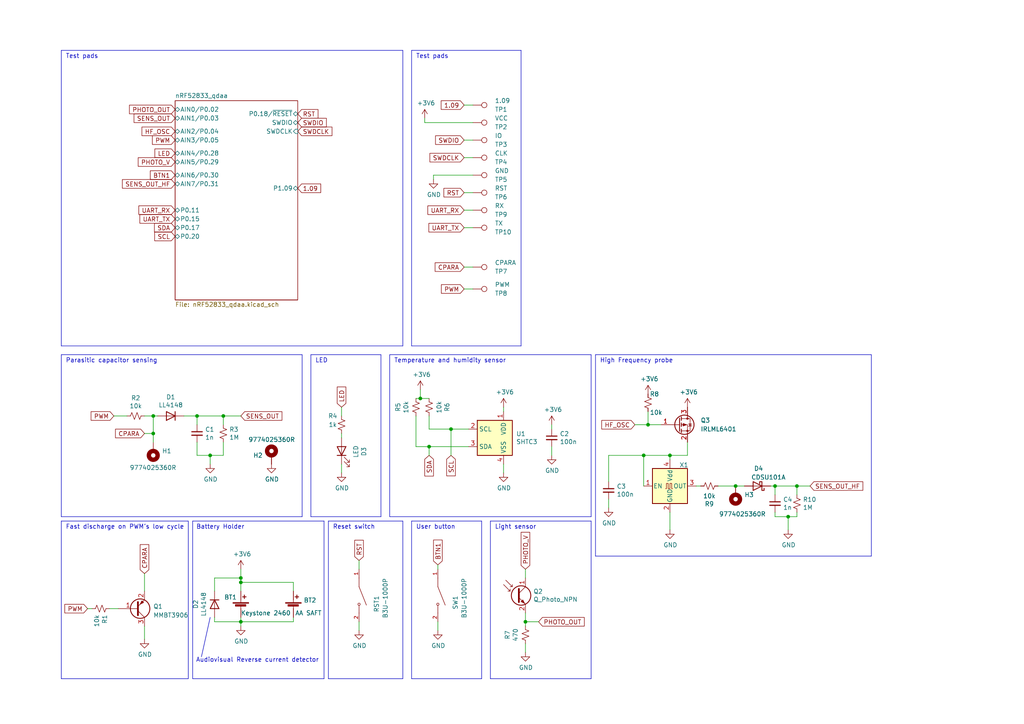
<source format=kicad_sch>
(kicad_sch (version 20231120) (generator "eeschema") (generator_version "8.0")
  (paper "A4")
  (title_block (title "Soilsense") (date "2024-08-08") (rev "2.0.0") (company "Drawn by FNB"))
  (lib_symbols
    (symbol "B3U-1000P:B3U-1000P" (pin_names (offset 1.016) hide)
      (property "Reference" "S" (at -2.54 2.54 0))
      (property "Value" "B3U-1000P" (at -2.54 -2.54 0))
      (symbol "B3U-1000P_0_0"
        (polyline (pts (xy -2.54 0) (xy -5.08 0)) (stroke (width 0.1524)))
        (polyline (pts (xy -2.54 0) (xy 2.794 2.1336)) (stroke (width 0.1524)))
        (polyline (pts (xy 5.08 0) (xy 2.921 0)) (stroke (width 0.1524)))
        (circle (center 2.54 0) (radius 0.3302) (stroke (width 0.1524)))
        (pin passive line (at -7.62 0 0) (length 2.54) (name "~") (number "1"))
        (pin passive line (at 7.62 0 180) (length 2.54) (name "~") (number "2"))
      )
    )
    (symbol "Connector:TestPoint" (pin_numbers hide) (pin_names (offset 0.762) hide)
      (property "Reference" "TP" (at 0 6.858 0))
      (property "Value" "TestPoint" (at 0 5.08 0))
      (symbol "TestPoint_0_1"
        (circle (center 0 3.302) (radius 0.762))
      )
      (symbol "TestPoint_1_1"
        (pin passive line (at 0 0 90) (length 2.54) (name "1") (number "1"))
      )
    )
    (symbol "Device:Battery_Cell" (pin_numbers hide) (pin_names (offset 0) hide)
      (property "Reference" "BT" (at 2.54 2.54 0))
      (property "Value" "Battery_Cell" (at 2.54 0 0))
      (symbol "Battery_Cell_0_1"
        (rectangle (start -2.286 1.778) (end 2.286 1.524) (fill (type outline)))
        (rectangle (start -1.5748 1.1938) (end 1.4732 0.6858) (fill (type outline)))
        (polyline (pts (xy 0 0.762) (xy 0 0)))
        (polyline (pts (xy 0 1.778) (xy 0 2.54)))
        (polyline (pts (xy 0.508 3.429) (xy 1.524 3.429)) (stroke (width 0.254)))
        (polyline (pts (xy 1.016 3.937) (xy 1.016 2.921)) (stroke (width 0.254)))
      )
      (symbol "Battery_Cell_1_1"
        (pin passive line (at 0 5.08 270) (length 2.54) (name "+") (number "1"))
        (pin passive line (at 0 -2.54 90) (length 2.54) (name "-") (number "2"))
      )
    )
    (symbol "Device:C_Small" (pin_numbers hide) (pin_names (offset 0.254) hide)
      (property "Reference" "C" (at 0.254 1.778 0))
      (property "Value" "C_Small" (at 0.254 -2.032 0))
      (symbol "C_Small_0_1"
        (polyline (pts (xy -1.524 -0.508) (xy 1.524 -0.508)) (stroke (width 0.3302)))
        (polyline (pts (xy -1.524 0.508) (xy 1.524 0.508)) (stroke (width 0.3048)))
      )
      (symbol "C_Small_1_1"
        (pin passive line (at 0 2.54 270) (length 2.032) (name "~") (number "1"))
        (pin passive line (at 0 -2.54 90) (length 2.032) (name "~") (number "2"))
      )
    )
    (symbol "Device:D_Schottky" (pin_numbers hide) (pin_names (offset 1.016) hide)
      (property "Reference" "D" (at 0 2.54 0))
      (property "Value" "D_Schottky" (at 0 -2.54 0))
      (symbol "D_Schottky_0_1"
        (polyline (pts (xy 1.27 0) (xy -1.27 0)))
        (polyline (pts (xy 1.27 1.27) (xy 1.27 -1.27) (xy -1.27 0) (xy 1.27 1.27)) (stroke (width 0.254)))
        (polyline (pts (xy -1.905 0.635) (xy -1.905 1.27) (xy -1.27 1.27) (xy -1.27 -1.27) (xy -0.635 -1.27) (xy -0.635 -0.635)) (stroke (width 0.254)))
      )
      (symbol "D_Schottky_1_1"
        (pin passive line (at -3.81 0 0) (length 2.54) (name "K") (number "1"))
        (pin passive line (at 3.81 0 180) (length 2.54) (name "A") (number "2"))
      )
    )
    (symbol "Device:LED" (pin_numbers hide) (pin_names (offset 1.016) hide)
      (property "Reference" "D" (at 0 2.54 0))
      (property "Value" "LED" (at 0 -2.54 0))
      (symbol "LED_0_1"
        (polyline (pts (xy -1.27 -1.27) (xy -1.27 1.27)) (stroke (width 0.254)))
        (polyline (pts (xy -1.27 0) (xy 1.27 0)))
        (polyline (pts (xy 1.27 -1.27) (xy 1.27 1.27) (xy -1.27 0) (xy 1.27 -1.27)) (stroke (width 0.254)))
        (polyline (pts (xy -3.048 -0.762) (xy -4.572 -2.286) (xy -3.81 -2.286) (xy -4.572 -2.286) (xy -4.572 -1.524)))
        (polyline (pts (xy -1.778 -0.762) (xy -3.302 -2.286) (xy -2.54 -2.286) (xy -3.302 -2.286) (xy -3.302 -1.524)))
      )
      (symbol "LED_1_1"
        (pin passive line (at -3.81 0 0) (length 2.54) (name "K") (number "1"))
        (pin passive line (at 3.81 0 180) (length 2.54) (name "A") (number "2"))
      )
    )
    (symbol "Device:Q_Photo_NPN" (pin_names (offset 0) hide)
      (property "Reference" "Q" (at 5.08 1.27 0))
      (property "Value" "Q_Photo_NPN" (at 5.08 -1.27 0))
      (symbol "Q_Photo_NPN_0_1"
        (polyline (pts (xy -1.905 1.27) (xy -2.54 1.27)))
        (polyline (pts (xy -1.27 2.54) (xy -1.905 2.54)))
        (polyline (pts (xy 0.635 0.635) (xy 2.54 2.54)))
        (polyline (pts (xy -3.81 3.175) (xy -1.905 1.27) (xy -1.905 1.905)))
        (polyline (pts (xy -3.175 4.445) (xy -1.27 2.54) (xy -1.27 3.175)))
        (polyline (pts (xy 0.635 -0.635) (xy 2.54 -2.54) (xy 2.54 -2.54)))
        (polyline (pts (xy 0.635 1.905) (xy 0.635 -1.905) (xy 0.635 -1.905)) (stroke (width 0.508)))
        (polyline (pts (xy 1.27 -1.778) (xy 1.778 -1.27) (xy 2.286 -2.286) (xy 1.27 -1.778) (xy 1.27 -1.778)) (fill (type outline)))
        (circle (center 1.27 0) (radius 2.8194) (stroke (width 0.254)))
      )
      (symbol "Q_Photo_NPN_1_1"
        (pin passive line (at 2.54 5.08 270) (length 2.54) (name "C") (number "1"))
        (pin passive line (at 2.54 -5.08 90) (length 2.54) (name "E") (number "2"))
      )
    )
    (symbol "Device:R_Small_US" (pin_numbers hide) (pin_names (offset 0.254) hide)
      (property "Reference" "R" (at 0.762 0.508 0))
      (property "Value" "R_Small_US" (at 0.762 -1.016 0))
      (symbol "R_Small_US_1_1"
        (polyline (pts (xy 0 0) (xy 1.016 -0.381) (xy 0 -0.762) (xy -1.016 -1.143) (xy 0 -1.524)))
        (polyline (pts (xy 0 1.524) (xy 1.016 1.143) (xy 0 0.762) (xy -1.016 0.381) (xy 0 0)))
        (pin passive line (at 0 2.54 270) (length 1.016) (name "~") (number "1"))
        (pin passive line (at 0 -2.54 90) (length 1.016) (name "~") (number "2"))
      )
    )
    (symbol "Diode:LL4148" (pin_numbers hide) (pin_names (offset 1.016) hide)
      (property "Reference" "D" (at 0 2.54 0))
      (property "Value" "LL4148" (at 0 -2.54 0))
      (symbol "LL4148_0_1"
        (polyline (pts (xy -1.27 1.27) (xy -1.27 -1.27)) (stroke (width 0.254)))
        (polyline (pts (xy 1.27 0) (xy -1.27 0)))
        (polyline (pts (xy 1.27 1.27) (xy 1.27 -1.27) (xy -1.27 0) (xy 1.27 1.27)) (stroke (width 0.254)))
      )
      (symbol "LL4148_1_1"
        (pin passive line (at -3.81 0 0) (length 2.54) (name "K") (number "1"))
        (pin passive line (at 3.81 0 180) (length 2.54) (name "A") (number "2"))
      )
    )
    (symbol "Mechanical:MountingHole_Pad" (pin_numbers hide) (pin_names (offset 1.016) hide)
      (property "Reference" "H" (at 0 6.35 0))
      (property "Value" "MountingHole_Pad" (at 0 4.445 0))
      (symbol "MountingHole_Pad_0_1"
        (circle (center 0 1.27) (radius 1.27) (stroke (width 1.27)))
      )
      (symbol "MountingHole_Pad_1_1"
        (pin input line (at 0 -2.54 90) (length 2.54) (name "1") (number "1"))
      )
    )
    (symbol "Sensor_Humidity:SHTC3"
      (property "Reference" "U" (at -3.81 6.35 0))
      (property "Value" "SHTC3" (at -2.54 -6.35 0))
      (symbol "SHTC3_1_1"
        (rectangle (start -5.08 5.08) (end 5.08 -5.08) (stroke (width 0.254)) (fill (type background)))
        (pin power_in line (at 2.54 7.62 270) (length 2.54) (name "VDD") (number "1"))
        (pin input line (at -7.62 2.54 0) (length 2.54) (name "SCL") (number "2"))
        (pin bidirectional line (at -7.62 -2.54 0) (length 2.54) (name "SDA") (number "3"))
        (pin power_in line (at 2.54 -7.62 90) (length 2.54) (name "VSS") (number "4"))
        (pin no_connect line (at 5.08 0 180) (length 2.54) hide (name "NC") (number "5"))
      )
    )
    (symbol "Transistor_BJT:MMBT3906" (pin_names (offset 0) hide)
      (property "Reference" "Q" (at 5.08 1.905 0))
      (property "Value" "MMBT3906" (at 5.08 0 0))
      (symbol "MMBT3906_0_1"
        (polyline (pts (xy 0.635 0.635) (xy 2.54 2.54)))
        (polyline (pts (xy 0.635 -0.635) (xy 2.54 -2.54) (xy 2.54 -2.54)))
        (polyline (pts (xy 0.635 1.905) (xy 0.635 -1.905) (xy 0.635 -1.905)) (stroke (width 0.508)))
        (polyline (pts (xy 2.286 -1.778) (xy 1.778 -2.286) (xy 1.27 -1.27) (xy 2.286 -1.778) (xy 2.286 -1.778)) (fill (type outline)))
        (circle (center 1.27 0) (radius 2.8194) (stroke (width 0.254)))
      )
      (symbol "MMBT3906_1_1"
        (pin input line (at -5.08 0 0) (length 5.715) (name "B") (number "1"))
        (pin passive line (at 2.54 -5.08 90) (length 2.54) (name "E") (number "2"))
        (pin passive line (at 2.54 5.08 270) (length 2.54) (name "C") (number "3"))
      )
    )
    (symbol "Transistor_FET:IRLML6401" (pin_names hide)
      (property "Reference" "Q" (at 5.08 1.905 0))
      (property "Value" "IRLML6401" (at 5.08 0 0))
      (symbol "IRLML6401_0_1"
        (polyline (pts (xy 0.254 0) (xy -2.54 0)))
        (polyline (pts (xy 0.254 1.905) (xy 0.254 -1.905)) (stroke (width 0.254)))
        (polyline (pts (xy 0.762 -1.27) (xy 0.762 -2.286)) (stroke (width 0.254)))
        (polyline (pts (xy 0.762 0.508) (xy 0.762 -0.508)) (stroke (width 0.254)))
        (polyline (pts (xy 0.762 2.286) (xy 0.762 1.27)) (stroke (width 0.254)))
        (polyline (pts (xy 2.54 2.54) (xy 2.54 1.778)))
        (polyline (pts (xy 2.54 -2.54) (xy 2.54 0) (xy 0.762 0)))
        (polyline (pts (xy 0.762 1.778) (xy 3.302 1.778) (xy 3.302 -1.778) (xy 0.762 -1.778)))
        (polyline (pts (xy 2.286 0) (xy 1.27 0.381) (xy 1.27 -0.381) (xy 2.286 0)) (fill (type outline)))
        (polyline (pts (xy 2.794 -0.508) (xy 2.921 -0.381) (xy 3.683 -0.381) (xy 3.81 -0.254)))
        (polyline (pts (xy 3.302 -0.381) (xy 2.921 0.254) (xy 3.683 0.254) (xy 3.302 -0.381)))
        (circle (center 1.651 0) (radius 2.794) (stroke (width 0.254)))
        (circle (center 2.54 -1.778) (radius 0.254) (fill (type outline)))
        (circle (center 2.54 1.778) (radius 0.254) (fill (type outline)))
      )
      (symbol "IRLML6401_1_1"
        (pin input line (at -5.08 0 0) (length 2.54) (name "G") (number "1"))
        (pin passive line (at 2.54 -5.08 90) (length 2.54) (name "S") (number "2"))
        (pin passive line (at 2.54 5.08 270) (length 2.54) (name "D") (number "3"))
      )
    )
    (symbol "power:+3V0" (power) (pin_names (offset 0))
      (property "Value" "+3V0" (at 0 3.556 0))
      (symbol "+3V0_0_1"
        (polyline (pts (xy -0.762 1.27) (xy 0 2.54)))
        (polyline (pts (xy 0 0) (xy 0 2.54)))
        (polyline (pts (xy 0 2.54) (xy 0.762 1.27)))
      )
      (symbol "+3V0_1_1"
        (pin power_in line (at 0 0 90) (length 0) hide (name "+3V0") (number "1"))
      )
    )
    (symbol "power:GND" (power) (pin_names (offset 0))
      (property "Value" "GND" (at 0 -3.81 0))
      (symbol "GND_0_1"
        (polyline (pts (xy 0 0) (xy 0 -1.27) (xy 1.27 -1.27) (xy 0 -2.54) (xy -1.27 -1.27) (xy 0 -1.27)))
      )
      (symbol "GND_1_1"
        (pin power_in line (at 0 0 270) (length 0) hide (name "GND") (number "1"))
      )
    )
    (symbol "soillib:KC3225" (pin_names (offset 0.254))
      (property "Reference" "X" (at -5.08 6.35 0))
      (symbol "KC3225_0_1"
        (rectangle (start -5.08 5.08) (end 5.08 -5.08) (stroke (width 0.254)) (fill (type background)))
        (polyline (pts (xy -1.27 -0.762) (xy -1.016 -0.762) (xy -1.016 0.762) (xy -0.508 0.762) (xy -0.508 -0.762) (xy 0 -0.762) (xy 0 0.762) (xy 0.508 0.762) (xy 0.508 -0.762) (xy 0.762 -0.762)))
      )
      (symbol "KC3225_1_1"
        (pin input line (at -7.62 0 0) (length 2.54) (name "EN") (number "1"))
        (pin power_in line (at 0 -7.62 90) (length 2.54) (name "GND") (number "2"))
        (pin output line (at 7.62 0 180) (length 2.54) (name "OUT") (number "3"))
        (pin power_in line (at 0 7.62 270) (length 2.54) (name "Vdd") (number "4"))
      )
    )
  )
  (junction (at 186.69 132.08))
  (junction (at 124.46 129.54))
  (junction (at 69.85 168.91))
  (junction (at 213.36 140.97))
  (junction (at 152.4 180.34))
  (junction (at 57.15 120.65))
  (junction (at 44.45 125.73))
  (junction (at 130.81 124.46))
  (junction (at 69.85 180.34))
  (junction (at 224.79 140.97))
  (junction (at 228.6 149.86))
  (junction (at 44.45 120.65))
  (junction (at 64.77 120.65))
  (junction (at 60.96 132.08))
  (junction (at 187.96 123.19))
  (junction (at 194.31 132.08))
  (junction (at 121.92 115.57))
  (junction (at 231.14 140.97))
  (junction (at 69.85 167.64))
  (wire (pts (xy 187.96 123.19) (xy 191.77 123.19)))
  (wire (pts (xy 228.6 149.86) (xy 231.14 149.86)))
  (wire (pts (xy 69.85 167.64) (xy 69.85 168.91)))
  (wire (pts (xy 104.14 180.34) (xy 104.14 182.88)))
  (wire (pts (xy 123.19 35.56) (xy 123.19 34.29)))
  (wire (pts (xy 228.6 149.86) (xy 228.6 153.67)))
  (polyline (pts (xy 119.38 14.605) (xy 151.13 14.605)))
  (wire (pts (xy 160.02 124.46) (xy 160.02 123.19)))
  (wire (pts (xy 224.79 143.51) (xy 224.79 140.97)))
  (wire (pts (xy 120.65 120.65) (xy 120.65 129.54)))
  (wire (pts (xy 199.39 128.27) (xy 199.39 132.08)))
  (wire (pts (xy 99.06 125.73) (xy 99.06 127)))
  (wire (pts (xy 134.62 30.48) (xy 137.16 30.48)))
  (wire (pts (xy 187.96 119.38) (xy 187.96 123.19)))
  (wire (pts (xy 135.89 129.54) (xy 124.46 129.54)))
  (wire (pts (xy 125.73 50.8) (xy 137.16 50.8)))
  (wire (pts (xy 120.65 115.57) (xy 121.92 115.57)))
  (polyline (pts (xy 90.17 102.87) (xy 90.17 149.86)))
  (wire (pts (xy 231.14 140.97) (xy 234.95 140.97)))
  (wire (pts (xy 69.85 168.91) (xy 69.85 171.45)))
  (polyline (pts (xy 17.78 151.13) (xy 54.61 151.13)))
  (wire (pts (xy 124.46 129.54) (xy 124.46 132.08)))
  (wire (pts (xy 69.85 179.07) (xy 69.85 180.34)))
  (polyline (pts (xy 116.84 100.33) (xy 116.84 14.605)))
  (polyline (pts (xy 95.25 151.13) (xy 116.84 151.13)))
  (wire (pts (xy 134.62 66.04) (xy 137.16 66.04)))
  (polyline (pts (xy 252.73 102.87) (xy 172.72 102.87)))
  (wire (pts (xy 69.85 180.34) (xy 62.23 180.34)))
  (wire (pts (xy 176.53 144.78) (xy 176.53 147.32)))
  (polyline (pts (xy 58.42 190.5) (xy 60.96 179.07)))
  (polyline (pts (xy 139.7 196.85) (xy 139.7 151.13)))
  (wire (pts (xy 44.45 120.65) (xy 44.45 125.73)))
  (polyline (pts (xy 252.73 102.87) (xy 252.73 161.29)))
  (polyline (pts (xy 151.13 100.33) (xy 151.13 14.605)))
  (wire (pts (xy 124.46 120.65) (xy 124.46 124.46)))
  (polyline (pts (xy 110.49 102.87) (xy 110.49 149.86)))
  (polyline (pts (xy 119.38 14.605) (xy 119.38 100.33)))
  (wire (pts (xy 186.69 140.97) (xy 186.69 132.08)))
  (polyline (pts (xy 17.78 196.85) (xy 17.78 151.13)))
  (wire (pts (xy 41.91 181.61) (xy 41.91 185.42)))
  (polyline (pts (xy 55.88 196.85) (xy 93.98 196.85)))
  (wire (pts (xy 224.79 148.59) (xy 224.79 149.86)))
  (wire (pts (xy 44.45 120.65) (xy 45.72 120.65)))
  (wire (pts (xy 69.85 165.1) (xy 69.85 167.64)))
  (polyline (pts (xy 17.78 102.87) (xy 87.63 102.87)))
  (wire (pts (xy 69.85 180.34) (xy 85.09 180.34)))
  (wire (pts (xy 64.77 120.65) (xy 69.85 120.65)))
  (wire (pts (xy 41.91 166.37) (xy 41.91 171.45)))
  (wire (pts (xy 223.52 140.97) (xy 224.79 140.97)))
  (wire (pts (xy 33.02 120.65) (xy 36.83 120.65)))
  (polyline (pts (xy 172.72 161.29) (xy 252.73 161.29)))
  (wire (pts (xy 176.53 132.08) (xy 186.69 132.08)))
  (wire (pts (xy 69.85 180.34) (xy 69.85 181.61)))
  (wire (pts (xy 104.14 162.56) (xy 104.14 165.1)))
  (polyline (pts (xy 17.78 14.605) (xy 17.78 100.33)))
  (wire (pts (xy 152.4 180.34) (xy 156.21 180.34)))
  (polyline (pts (xy 55.88 151.13) (xy 55.88 196.85)))
  (wire (pts (xy 134.62 45.72) (xy 137.16 45.72)))
  (wire (pts (xy 134.62 83.82) (xy 137.16 83.82)))
  (wire (pts (xy 31.75 176.53) (xy 34.29 176.53)))
  (wire (pts (xy 53.34 120.65) (xy 57.15 120.65)))
  (wire (pts (xy 127 163.83) (xy 127 165.1)))
  (polyline (pts (xy 93.98 196.85) (xy 93.98 151.13)))
  (wire (pts (xy 186.69 132.08) (xy 194.31 132.08)))
  (wire (pts (xy 57.15 120.65) (xy 64.77 120.65)))
  (wire (pts (xy 231.14 149.86) (xy 231.14 148.59)))
  (polyline (pts (xy 171.45 102.87) (xy 171.45 149.86)))
  (polyline (pts (xy 116.84 151.13) (xy 116.84 196.85)))
  (wire (pts (xy 62.23 180.34) (xy 62.23 179.07)))
  (polyline (pts (xy 119.38 100.33) (xy 151.13 100.33)))
  (wire (pts (xy 121.92 115.57) (xy 124.46 115.57)))
  (wire (pts (xy 146.05 118.11) (xy 146.05 119.38)))
  (polyline (pts (xy 171.45 151.13) (xy 171.45 196.85)))
  (wire (pts (xy 123.19 35.56) (xy 137.16 35.56)))
  (wire (pts (xy 60.96 132.08) (xy 60.96 134.62)))
  (wire (pts (xy 62.23 171.45) (xy 62.23 167.64)))
  (wire (pts (xy 64.77 132.08) (xy 64.77 128.27)))
  (wire (pts (xy 44.45 125.73) (xy 44.45 128.27)))
  (polyline (pts (xy 87.63 102.87) (xy 87.63 149.86)))
  (polyline (pts (xy 17.78 149.86) (xy 87.63 149.86)))
  (polyline (pts (xy 110.49 102.87) (xy 90.17 102.87)))
  (wire (pts (xy 203.2 140.97) (xy 201.93 140.97)))
  (wire (pts (xy 194.31 132.08) (xy 194.31 133.35)))
  (wire (pts (xy 199.39 132.08) (xy 194.31 132.08)))
  (wire (pts (xy 85.09 168.91) (xy 69.85 168.91)))
  (polyline (pts (xy 113.03 102.87) (xy 113.03 149.86)))
  (polyline (pts (xy 119.38 151.13) (xy 139.7 151.13)))
  (wire (pts (xy 152.4 186.69) (xy 152.4 189.23)))
  (polyline (pts (xy 142.24 151.13) (xy 142.24 196.85)))
  (wire (pts (xy 152.4 177.8) (xy 152.4 180.34)))
  (polyline (pts (xy 171.45 151.13) (xy 142.24 151.13)))
  (wire (pts (xy 124.46 129.54) (xy 120.65 129.54)))
  (polyline (pts (xy 17.78 14.605) (xy 116.84 14.605)))
  (wire (pts (xy 60.96 132.08) (xy 57.15 132.08)))
  (wire (pts (xy 62.23 167.64) (xy 69.85 167.64)))
  (wire (pts (xy 228.6 149.86) (xy 224.79 149.86)))
  (wire (pts (xy 134.62 55.88) (xy 137.16 55.88)))
  (wire (pts (xy 57.15 128.27) (xy 57.15 132.08)))
  (wire (pts (xy 60.96 132.08) (xy 64.77 132.08)))
  (wire (pts (xy 99.06 118.11) (xy 99.06 120.65)))
  (wire (pts (xy 57.15 123.19) (xy 57.15 120.65)))
  (polyline (pts (xy 90.17 149.86) (xy 110.49 149.86)))
  (wire (pts (xy 127 180.34) (xy 127 182.88)))
  (wire (pts (xy 25.4 176.53) (xy 26.67 176.53)))
  (wire (pts (xy 152.4 165.1) (xy 152.4 167.64)))
  (wire (pts (xy 184.15 123.19) (xy 187.96 123.19)))
  (wire (pts (xy 130.81 124.46) (xy 124.46 124.46)))
  (polyline (pts (xy 119.38 196.85) (xy 139.7 196.85)))
  (wire (pts (xy 135.89 124.46) (xy 130.81 124.46)))
  (wire (pts (xy 134.62 60.96) (xy 137.16 60.96)))
  (wire (pts (xy 64.77 120.65) (xy 64.77 123.19)))
  (wire (pts (xy 224.79 140.97) (xy 231.14 140.97)))
  (wire (pts (xy 213.36 140.97) (xy 215.9 140.97)))
  (polyline (pts (xy 172.72 102.87) (xy 172.72 161.29)))
  (wire (pts (xy 130.81 124.46) (xy 130.81 132.08)))
  (wire (pts (xy 85.09 171.45) (xy 85.09 168.91)))
  (polyline (pts (xy 119.38 151.13) (xy 119.38 196.85)))
  (polyline (pts (xy 17.78 100.33) (xy 116.84 100.33)))
  (polyline (pts (xy 171.45 149.86) (xy 113.03 149.86)))
  (polyline (pts (xy 17.78 102.87) (xy 17.78 149.86)))
  (polyline (pts (xy 95.25 151.13) (xy 95.25 196.85)))
  (wire (pts (xy 208.28 140.97) (xy 213.36 140.97)))
  (wire (pts (xy 176.53 132.08) (xy 176.53 139.7)))
  (wire (pts (xy 152.4 180.34) (xy 152.4 181.61)))
  (wire (pts (xy 146.05 134.62) (xy 146.05 137.16)))
  (polyline (pts (xy 93.98 151.13) (xy 55.88 151.13)))
  (wire (pts (xy 121.92 115.57) (xy 121.92 113.03)))
  (wire (pts (xy 41.91 125.73) (xy 44.45 125.73)))
  (polyline (pts (xy 54.61 151.13) (xy 54.61 196.85)))
  (wire (pts (xy 85.09 179.07) (xy 85.09 180.34)))
  (wire (pts (xy 231.14 140.97) (xy 231.14 143.51)))
  (polyline (pts (xy 171.45 102.87) (xy 113.03 102.87)))
  (wire (pts (xy 134.62 77.47) (xy 137.16 77.47)))
  (wire (pts (xy 194.31 153.67) (xy 194.31 148.59)))
  (wire (pts (xy 99.06 134.62) (xy 99.06 137.16)))
  (polyline (pts (xy 116.84 196.85) (xy 95.25 196.85)))
  (polyline (pts (xy 142.24 196.85) (xy 171.45 196.85)))
  (wire (pts (xy 160.02 129.54) (xy 160.02 132.08)))
  (wire (pts (xy 125.73 52.07) (xy 125.73 50.8)))
  (polyline (pts (xy 54.61 196.85) (xy 17.78 196.85)))
  (wire (pts (xy 134.62 40.64) (xy 137.16 40.64)))
  (wire (pts (xy 41.91 120.65) (xy 44.45 120.65)))
  (text "Reset switch" (at 96.52 153.67 0) (effects (font (size 1.27 1.27)) (justify left bottom)))
  (text "Fast discharge on PWM’s low cycle" (at 19.05 153.67 0) (effects (font (size 1.27 1.27)) (justify left bottom)))
  (text "Temperature and humidity sensor" (at 114.3 105.41 0) (effects (font (size 1.27 1.27)) (justify left bottom)))
  (text "Test pads" (at 120.65 17.145 0) (effects (font (size 1.27 1.27)) (justify left bottom)))
  (text "Audiovisual Reverse current detector" (at 74.676 191.516 0) (effects (font (size 1.27 1.27))))
  (text "Light sensor" (at 143.51 153.67 0) (effects (font (size 1.27 1.27)) (justify left bottom)))
  (text "Test pads" (at 19.05 17.145 0) (effects (font (size 1.27 1.27)) (justify left bottom)))
  (text "Battery Holder" (at 56.896 153.67 0) (effects (font (size 1.27 1.27)) (justify left bottom)))
  (text "High Frequency probe\n" (at 173.99 105.41 0) (effects (font (size 1.27 1.27)) (justify left bottom)))
  (text "User button" (at 120.65 153.67 0) (effects (font (size 1.27 1.27)) (justify left bottom)))
  (text "LED" (at 91.44 105.41 0) (effects (font (size 1.27 1.27)) (justify left bottom)))
  (text "Parasitic capacitor sensing" (at 19.05 105.41 0) (effects (font (size 1.27 1.27)) (justify left bottom)))
  (global_label "PWM" (shape input) (at 134.62 83.82 180) (property "Intersheetrefs" "${INTERSHEET_REFS}" (effects (hide yes))))
  (global_label "SENS_OUT_HF" (shape input) (at 234.95 140.97 0) (property "Intersheetrefs" "${INTERSHEET_REFS}" (effects (hide yes))))
  (global_label "PWM" (shape input) (at 25.4 176.53 180) (property "Intersheetrefs" "${INTERSHEET_REFS}" (effects (hide yes))))
  (global_label "RST" (shape input) (at 134.62 55.88 180) (property "Intersheetrefs" "${INTERSHEET_REFS}" (effects (hide yes))))
  (global_label "SWDIO" (shape input) (at 86.36 35.56 0) (property "Intersheetrefs" "${INTERSHEET_REFS}" (effects (hide yes))))
  (global_label "BTN1" (shape input) (at 127 163.83 90) (property "Intersheetrefs" "${INTERSHEET_REFS}" (effects (hide yes))))
  (global_label "CPARA" (shape input) (at 41.91 125.73 180) (property "Intersheetrefs" "${INTERSHEET_REFS}" (effects (hide yes))))
  (global_label "SENS_OUT" (shape input) (at 50.8 34.29 180) (property "Intersheetrefs" "${INTERSHEET_REFS}" (effects (hide yes))))
  (global_label "PWM" (shape input) (at 50.8 40.64 180) (property "Intersheetrefs" "${INTERSHEET_REFS}" (effects (hide yes))))
  (global_label "PHOTO_V" (shape input) (at 152.4 165.1 90) (property "Intersheetrefs" "${INTERSHEET_REFS}" (effects (hide yes))))
  (global_label "HF_OSC" (shape input) (at 184.15 123.19 180) (property "Intersheetrefs" "${INTERSHEET_REFS}" (effects (hide yes))))
  (global_label "LED" (shape input) (at 99.06 118.11 90) (property "Intersheetrefs" "${INTERSHEET_REFS}" (effects (hide yes))))
  (global_label "RST" (shape input) (at 104.14 162.56 90) (property "Intersheetrefs" "${INTERSHEET_REFS}" (effects (hide yes))))
  (global_label "SWDCLK" (shape input) (at 134.62 45.72 180) (property "Intersheetrefs" "${INTERSHEET_REFS}" (effects (hide yes))))
  (global_label "SDA" (shape input) (at 50.8 66.04 180) (property "Intersheetrefs" "${INTERSHEET_REFS}" (effects (hide yes))))
  (global_label "1.09" (shape input) (at 134.62 30.48 180) (property "Intersheetrefs" "${INTERSHEET_REFS}" (effects (hide yes))))
  (global_label "RST" (shape input) (at 86.36 33.02 0) (property "Intersheetrefs" "${INTERSHEET_REFS}" (effects (hide yes))))
  (global_label "SENS_OUT_HF" (shape input) (at 50.8 53.34 180) (property "Intersheetrefs" "${INTERSHEET_REFS}" (effects (hide yes))))
  (global_label "PWM" (shape input) (at 33.02 120.65 180) (property "Intersheetrefs" "${INTERSHEET_REFS}" (effects (hide yes))))
  (global_label "UART_RX" (shape input) (at 50.8 60.96 180) (property "Intersheetrefs" "${INTERSHEET_REFS}" (effects (hide yes))))
  (global_label "UART_TX" (shape input) (at 50.8 63.5 180) (property "Intersheetrefs" "${INTERSHEET_REFS}" (effects (hide yes))))
  (global_label "HF_OSC" (shape input) (at 50.8 38.1 180) (property "Intersheetrefs" "${INTERSHEET_REFS}" (effects (hide yes))))
  (global_label "SWDIO" (shape input) (at 134.62 40.64 180) (property "Intersheetrefs" "${INTERSHEET_REFS}" (effects (hide yes))))
  (global_label "PHOTO_OUT" (shape input) (at 50.8 31.75 180) (property "Intersheetrefs" "${INTERSHEET_REFS}" (effects (hide yes))))
  (global_label "UART_TX" (shape input) (at 134.62 66.04 180) (property "Intersheetrefs" "${INTERSHEET_REFS}" (effects (hide yes))))
  (global_label "SENS_OUT" (shape input) (at 69.85 120.65 0) (property "Intersheetrefs" "${INTERSHEET_REFS}" (effects (hide yes))))
  (global_label "SWDCLK" (shape input) (at 86.36 38.1 0) (property "Intersheetrefs" "${INTERSHEET_REFS}" (effects (hide yes))))
  (global_label "UART_RX" (shape input) (at 134.62 60.96 180) (property "Intersheetrefs" "${INTERSHEET_REFS}" (effects (hide yes))))
  (global_label "CPARA" (shape input) (at 41.91 166.37 90) (property "Intersheetrefs" "${INTERSHEET_REFS}" (effects (hide yes))))
  (global_label "SCL" (shape input) (at 130.81 132.08 270) (property "Intersheetrefs" "${INTERSHEET_REFS}" (effects (hide yes))))
  (global_label "LED" (shape input) (at 50.8 44.45 180) (property "Intersheetrefs" "${INTERSHEET_REFS}" (effects (hide yes))))
  (global_label "1.09" (shape input) (at 86.36 54.61 0) (property "Intersheetrefs" "${INTERSHEET_REFS}" (effects (hide yes))))
  (global_label "SDA" (shape input) (at 124.46 132.08 270) (property "Intersheetrefs" "${INTERSHEET_REFS}" (effects (hide yes))))
  (global_label "SCL" (shape input) (at 50.8 68.58 180) (property "Intersheetrefs" "${INTERSHEET_REFS}" (effects (hide yes))))
  (global_label "BTN1" (shape input) (at 50.8 50.8 180) (property "Intersheetrefs" "${INTERSHEET_REFS}" (effects (hide yes))))
  (global_label "CPARA" (shape input) (at 134.62 77.47 180) (property "Intersheetrefs" "${INTERSHEET_REFS}" (effects (hide yes))))
  (global_label "PHOTO_V" (shape input) (at 50.8 46.99 180) (property "Intersheetrefs" "${INTERSHEET_REFS}" (effects (hide yes))))
  (global_label "PHOTO_OUT" (shape input) (at 156.21 180.34 0) (property "Intersheetrefs" "${INTERSHEET_REFS}" (effects (hide yes))))
  (symbol (lib_id "Transistor_FET:IRLML6401") (at 196.85 123.19 0) (unit 1)
    (property "Reference" "Q3" (at 203.2 121.9199 0) (effects (justify left)))
    (property "Value" "IRLML6401" (at 203.2 124.4599 0) (effects (justify left)))
    (property "Footprint" "Package_TO_SOT_SMD:SOT-23" (effects (hide yes)))
    (property "Datasheet" "https://www.infineon.com/dgdl/irlml6401pbf.pdf?fileId=5546d462533600a401535668b96d2634" (effects (hide yes)))
    (property "Description" "-4.3A Id, -12V Vds, 50mOhm Rds, P-Channel HEXFET Power MOSFET, SOT-23" (effects (hide yes)))
  )
  (symbol (lib_id "power:+3V0") (at 146.05 118.11 0) (unit 1)
    (property "Reference" "#PWR010" (effects (hide yes)))
    (property "Value" "+3V6" (at 146.431 113.7158 0))
  )
  (symbol (lib_id "power:GND") (at 152.4 189.23 0) (unit 1)
    (property "Reference" "#PWR012" (effects (hide yes)))
    (property "Value" "GND" (at 152.527 193.6242 0))
  )
  (symbol (lib_id "power:GND") (at 160.02 132.08 0) (unit 1)
    (property "Reference" "#PWR014" (effects (hide yes)))
    (property "Value" "GND" (at 160.147 136.4742 0))
  )
  (symbol (lib_id "power:+3V0") (at 160.02 123.19 0) (unit 1)
    (property "Reference" "#PWR013" (effects (hide yes)))
    (property "Value" "+3V6" (at 160.401 118.7958 0))
  )
  (symbol (lib_id "B3U-1000P:B3U-1000P") (at 104.14 172.72 270) (unit 1)
    (property "Reference" "RST1" (at 109.22 172.72 0) (effects (justify left)))
    (property "Value" "B3U-1000P" (at 111.76 167.64 0) (effects (justify left)))
    (property "Footprint" "SW_B3U-1000P" (effects (hide yes)))
    (property "PACKAGE" "None" (effects (hide yes)))
    (property "MP" "B3U-1000P" (effects (hide yes)))
    (property "MF" "Omron" (effects (hide yes)))
    (property "AVAILABILITY" "Unavailable" (effects (hide yes)))
    (property "DESCRIPTION" "Tactile Switch SPST-NO Top Actuated Surface Mount" (effects (hide yes)))
    (property "PRICE" "None" (effects (hide yes)))
    (property "LCSC" "C231329" (effects (hide yes)))
  )
  (symbol (lib_id "power:GND") (at 99.06 137.16 0) (unit 1)
    (property "Reference" "#PWR06" (effects (hide yes)))
    (property "Value" "GND" (at 99.187 141.5542 0))
  )
  (symbol (lib_id "Connector:TestPoint") (at 137.16 66.04 270) (unit 1) (in_bom no)
    (property "Reference" "TP10" (at 143.51 67.31 90) (effects (justify left)))
    (property "Value" "TX" (at 143.51 64.77 90) (effects (justify left)))
    (property "Footprint" "TestPoint:TestPoint_Pad_D1.0mm" (effects (hide yes)))
  )
  (symbol (lib_id "Connector:TestPoint") (at 137.16 55.88 270) (unit 1) (in_bom no)
    (property "Reference" "TP6" (at 143.51 57.15 90) (effects (justify left)))
    (property "Value" "RST" (at 143.51 54.61 90) (effects (justify left)))
    (property "Footprint" "TestPoint:TestPoint_Pad_D1.0mm" (effects (hide yes)))
  )
  (symbol (lib_id "Transistor_BJT:MMBT3906") (at 39.37 176.53 0) (mirror x) (unit 1)
    (property "Reference" "Q1" (at 44.45 175.895 0) (effects (justify left)))
    (property "Value" "MMBT3906" (at 44.45 178.435 0) (effects (justify left)))
    (property "Footprint" "Package_TO_SOT_SMD:SOT-23" (effects (hide yes)))
    (property "Datasheet" "https://www.onsemi.com/pub/Collateral/2N3906-D.PDF" (effects (hide yes)))
    (property "LCSC" "C2910191" (effects (hide yes)))
  )
  (symbol (lib_id "power:GND") (at 194.31 153.67 0) (unit 1)
    (property "Reference" "#PWR017" (effects (hide yes)))
    (property "Value" "GND" (at 194.437 158.0642 0))
  )
  (symbol (lib_id "Connector:TestPoint") (at 137.16 35.56 270) (unit 1) (in_bom no)
    (property "Reference" "TP2" (at 143.51 36.83 90) (effects (justify left)))
    (property "Value" "VCC" (at 143.51 34.29 90) (effects (justify left)))
    (property "Footprint" "TestPoint:TestPoint_Pad_D1.0mm" (effects (hide yes)))
  )
  (symbol (lib_id "Device:Q_Photo_NPN") (at 149.86 172.72 0) (unit 1)
    (property "Reference" "Q2" (at 154.686 171.5516 0) (effects (justify left)))
    (property "Value" "Q_Photo_NPN" (at 154.686 173.863 0) (effects (justify left)))
    (property "Footprint" "snapeda:TR8" (effects (hide yes)))
    (property "Datasheet" "https://datasheet.lcsc.com/lcsc/1806131537_Everlight-Elec-ALS-PT19-315C-L177-TR8_C146233.pdf" (effects (hide yes)))
    (property "LCSC" "C146233" (effects (hide yes)))
  )
  (symbol (lib_id "Connector:TestPoint") (at 137.16 50.8 270) (unit 1) (in_bom no)
    (property "Reference" "TP5" (at 143.51 52.07 90) (effects (justify left)))
    (property "Value" "GND" (at 143.51 49.53 90) (effects (justify left)))
    (property "Footprint" "TestPoint:TestPoint_Pad_D1.0mm" (effects (hide yes)))
  )
  (symbol (lib_id "power:GND") (at 78.74 134.62 0) (unit 1)
    (property "Reference" "#PWR05" (effects (hide yes)))
    (property "Value" "GND" (at 78.867 139.0142 0))
  )
  (symbol (lib_id "soillib:KC3225") (at 194.31 140.97 0) (unit 1)
    (property "Reference" "X1" (at 198.374 134.874 0))
    (property "Value" "KC3225K75.0000C1GE00" (effects (hide yes)))
    (property "Footprint" "Oscillator:Oscillator_SMD_SeikoEpson_SG8002CE-4Pin_3.2x2.5mm" (effects (hide yes)))
    (property "Datasheet" "https://ele.kyocera.com/assets/products/crystal-device/clock_k_e.pdf" (effects (hide yes)))
    (property "MPN" "KC3225K75.0000C1GE00" (effects (hide yes)))
  )
  (symbol (lib_id "Mechanical:MountingHole_Pad") (at 44.45 130.81 180) (unit 1)
    (property "Reference" "H1" (at 46.99 130.81 0) (effects (justify right)))
    (property "Value" "9774025360R" (at 37.592 135.636 0) (effects (justify right)))
    (property "Footprint" "b-parasite:MountingHole_5.41mm_M5_Pad_Via" (effects (hide yes)))
    (property "Datasheet" "https://www.we-online.com/components/products/datasheet/9774025360R.pdf" (effects (hide yes)))
  )
  (symbol (lib_id "power:GND") (at 127 182.88 0) (unit 1)
    (property "Reference" "#PWR09" (effects (hide yes)))
    (property "Value" "GND" (at 127.127 187.2742 0))
  )
  (symbol (lib_id "Device:C_Small") (at 224.79 146.05 0) (unit 1)
    (property "Reference" "C4" (at 227.1268 144.8816 0) (effects (justify left)))
    (property "Value" "1n" (at 227.1268 147.193 0) (effects (justify left)))
    (property "Footprint" "Capacitor_SMD:C_0402_1005Metric" (effects (hide yes)))
    (property "LCSC" "C1523" (effects (hide yes)))
  )
  (symbol (lib_id "power:GND") (at 146.05 137.16 0) (unit 1)
    (property "Reference" "#PWR011" (effects (hide yes)))
    (property "Value" "GND" (at 146.177 141.5542 0))
  )
  (symbol (lib_id "Sensor_Humidity:SHTC3") (at 143.51 127 0) (unit 1)
    (property "Reference" "U1" (at 149.7076 125.8316 0) (effects (justify left)))
    (property "Value" "SHTC3" (at 149.7076 128.143 0) (effects (justify left)))
    (property "Footprint" "kicad:Sensirion_DFN-4-1EP_2x2mm_P1mm_EP0.7x1.6mm" (effects (hide yes)))
    (property "Datasheet" "https://www.sensirion.com/fileadmin/user_upload/customers/sensirion/Dokumente/0_Datasheets/Humidity/Sensirion_Humidity_Sensors_SHTC3_Datasheet.pdf" (effects (hide yes)))
    (property "LCSC" "C194656" (effects (hide yes)))
  )
  (symbol (lib_id "power:+3V0") (at 121.92 113.03 0) (unit 1)
    (property "Reference" "#PWR08" (effects (hide yes)))
    (property "Value" "+3V6" (at 122.301 108.6358 0))
  )
  (symbol (lib_id "Device:C_Small") (at 57.15 125.73 0) (unit 1)
    (property "Reference" "C1" (at 59.4868 124.5616 0) (effects (justify left)))
    (property "Value" "1n" (at 59.4868 126.873 0) (effects (justify left)))
    (property "Footprint" "Capacitor_SMD:C_0402_1005Metric" (effects (hide yes)))
    (property "LCSC" "C1523" (effects (hide yes)))
  )
  (symbol (lib_id "power:GND") (at 228.6 153.67 0) (unit 1)
    (property "Reference" "#PWR019" (effects (hide yes)))
    (property "Value" "GND" (at 228.727 158.0642 0))
  )
  (symbol (lib_id "Diode:LL4148") (at 49.53 120.65 180) (unit 1)
    (property "Reference" "D1" (at 49.53 115.1636 0))
    (property "Value" "LL4148" (at 49.53 117.475 0))
    (property "Footprint" "Diode_SMD:D_MiniMELF" (effects (hide yes)))
    (property "Datasheet" "https://datasheet.lcsc.com/lcsc/2205131645_JUXING-LL4148_C3011166.pdf" (effects (hide yes)))
    (property "LCSC" "C3011166" (effects (hide yes)))
  )
  (symbol (lib_id "Connector:TestPoint") (at 137.16 30.48 270) (unit 1) (in_bom no)
    (property "Reference" "TP1" (at 143.51 31.75 90) (effects (justify left)))
    (property "Value" "1.09" (at 143.51 29.21 90) (effects (justify left)))
    (property "Footprint" "TestPoint:TestPoint_Pad_D1.0mm" (effects (hide yes)))
  )
  (symbol (lib_id "power:GND") (at 41.91 185.42 0) (unit 1)
    (property "Reference" "#PWR01" (effects (hide yes)))
    (property "Value" "GND" (at 42.037 189.8142 0))
  )
  (symbol (lib_id "Connector:TestPoint") (at 137.16 60.96 270) (unit 1) (in_bom no)
    (property "Reference" "TP9" (at 143.51 62.23 90) (effects (justify left)))
    (property "Value" "RX" (at 143.51 59.69 90) (effects (justify left)))
    (property "Footprint" "TestPoint:TestPoint_Pad_D1.0mm" (effects (hide yes)))
  )
  (symbol (lib_id "Device:R_Small_US") (at 64.77 125.73 0) (unit 1)
    (property "Reference" "R3" (at 66.4972 124.5616 0) (effects (justify left)))
    (property "Value" "1M" (at 66.4972 126.873 0) (effects (justify left)))
    (property "Footprint" "Resistor_SMD:R_0402_1005Metric" (effects (hide yes)))
    (property "LCSC" "C26083" (effects (hide yes)))
  )
  (symbol (lib_id "Device:Battery_Cell") (at 69.85 176.53 0) (unit 1)
    (property "Reference" "BT1" (at 65.024 173.228 0) (effects (justify left)))
    (property "Value" "Keystone 2460" (at 69.85 177.8 0) (effects (justify left)))
    (property "Footprint" "Battery:BatteryHolder_Keystone_2460_1xAA" (effects (hide yes)))
  )
  (symbol (lib_id "Device:C_Small") (at 160.02 127 0) (unit 1)
    (property "Reference" "C2" (at 162.3568 125.8316 0) (effects (justify left)))
    (property "Value" "100n" (at 162.3568 128.143 0) (effects (justify left)))
    (property "Footprint" "Capacitor_SMD:C_0402_1005Metric" (effects (hide yes)))
    (property "LCSC" "C1525" (effects (hide yes)))
  )
  (symbol (lib_id "Device:Battery_Cell") (at 85.09 176.53 0) (unit 1) (on_board no)
    (property "Reference" "BT2" (at 88.0872 174.0916 0) (effects (justify left)))
    (property "Value" "AA SAFT" (at 85.598 177.8 0) (effects (justify left)))
    (property "MPN" "LS14500 / SL760" (effects (hide yes)))
  )
  (symbol (lib_id "power:GND") (at 60.96 134.62 0) (unit 1)
    (property "Reference" "#PWR02" (effects (hide yes)))
    (property "Value" "GND" (at 61.087 139.0142 0))
  )
  (symbol (lib_id "Device:R_Small_US") (at 39.37 120.65 90) (unit 1)
    (property "Reference" "R2" (at 39.37 115.443 90))
    (property "Value" "10k" (at 39.37 117.7544 90))
    (property "Footprint" "Resistor_SMD:R_0603_1608Metric" (effects (hide yes)))
    (property "LCSC" "C25744" (effects (hide yes)))
  )
  (symbol (lib_id "power:+3V0") (at 187.96 114.3 0) (unit 1)
    (property "Reference" "#PWR016" (effects (hide yes)))
    (property "Value" "+3V6" (at 188.341 109.9058 0))
  )
  (symbol (lib_id "power:GND") (at 176.53 147.32 0) (unit 1)
    (property "Reference" "#PWR015" (effects (hide yes)))
    (property "Value" "GND" (at 176.657 151.7142 0))
  )
  (symbol (lib_id "Device:R_Small_US") (at 120.65 118.11 180) (unit 1)
    (property "Reference" "R5" (at 115.443 118.11 90))
    (property "Value" "10k" (at 117.7544 118.11 90))
    (property "Footprint" "Resistor_SMD:R_0402_1005Metric" (effects (hide yes)))
    (property "LCSC" "C25744" (effects (hide yes)))
  )
  (symbol (lib_id "power:GND") (at 104.14 182.88 0) (unit 1)
    (property "Reference" "#PWR07" (effects (hide yes)))
    (property "Value" "GND" (at 104.267 187.2742 0))
  )
  (symbol (lib_id "Device:R_Small_US") (at 231.14 146.05 0) (unit 1)
    (property "Reference" "R10" (at 232.8672 144.8816 0) (effects (justify left)))
    (property "Value" "1M" (at 232.8672 147.193 0) (effects (justify left)))
    (property "Footprint" "Resistor_SMD:R_0402_1005Metric" (effects (hide yes)))
    (property "LCSC" "C26083" (effects (hide yes)))
  )
  (symbol (lib_id "Diode:LL4148") (at 62.23 175.26 270) (unit 1)
    (property "Reference" "D2" (at 56.7436 175.26 0))
    (property "Value" "LL4148" (at 59.055 175.26 0))
    (property "Footprint" "Diode_SMD:D_MiniMELF" (effects (hide yes)))
    (property "Datasheet" "https://datasheet.lcsc.com/lcsc/2205131645_JUXING-LL4148_C3011166.pdf" (effects (hide yes)))
    (property "LCSC" "C3011166" (effects (hide yes)))
  )
  (symbol (lib_id "power:+3V0") (at 199.39 118.11 0) (unit 1)
    (property "Reference" "#PWR018" (effects (hide yes)))
    (property "Value" "+3V6" (at 199.771 113.7158 0))
  )
  (symbol (lib_id "Device:LED") (at 99.06 130.81 90) (unit 1)
    (property "Reference" "D3" (at 105.537 130.9878 0))
    (property "Value" "LED" (at 103.2256 130.9878 0))
    (property "Footprint" "LED_SMD:LED_0603_1608Metric" (effects (hide yes)))
    (property "LCSC" "C2286" (effects (hide yes)))
  )
  (symbol (lib_id "Device:R_Small_US") (at 152.4 184.15 180) (unit 1)
    (property "Reference" "R7" (at 147.193 184.15 90))
    (property "Value" "470" (at 149.5044 184.15 90))
    (property "Footprint" "Resistor_SMD:R_0402_1005Metric" (effects (hide yes)))
    (property "LCSC" "C25117" (effects (hide yes)))
  )
  (symbol (lib_id "Connector:TestPoint") (at 137.16 77.47 270) (unit 1) (in_bom no)
    (property "Reference" "TP7" (at 143.51 78.74 90) (effects (justify left)))
    (property "Value" "CPARA" (at 143.51 76.2 90) (effects (justify left)))
    (property "Footprint" "TestPoint:TestPoint_Pad_D1.0mm" (effects (hide yes)))
  )
  (symbol (lib_id "Device:R_Small_US") (at 29.21 176.53 270) (unit 1)
    (property "Reference" "R1" (at 30.3784 178.2572 0) (effects (justify left)))
    (property "Value" "10k" (at 28.067 178.2572 0) (effects (justify left)))
    (property "Footprint" "Resistor_SMD:R_0402_1005Metric" (effects (hide yes)))
    (property "LCSC" "C25744" (effects (hide yes)))
  )
  (symbol (lib_id "Device:R_Small_US") (at 99.06 123.19 180) (unit 1)
    (property "Reference" "R4" (at 96.52 120.65 0))
    (property "Value" "1k" (at 96.52 123.19 0))
    (property "Footprint" "Resistor_SMD:R_0402_1005Metric" (effects (hide yes)))
    (property "LCSC" "C11702" (effects (hide yes)))
  )
  (symbol (lib_id "Device:R_Small_US") (at 205.74 140.97 270) (unit 1)
    (property "Reference" "R9" (at 205.74 146.177 90))
    (property "Value" "10k" (at 205.74 143.8656 90))
    (property "Footprint" "Resistor_SMD:R_0402_1005Metric" (effects (hide yes)))
    (property "LCSC" "C25744" (effects (hide yes)))
  )
  (symbol (lib_id "Mechanical:MountingHole_Pad") (at 213.36 143.51 180) (unit 1)
    (property "Reference" "H3" (at 215.9 143.51 0) (effects (justify right)))
    (property "Value" "9774025360R" (at 208.534 149.098 0) (effects (justify right)))
    (property "Footprint" "b-parasite:MountingHole_5.41mm_M5_Pad_Via" (effects (hide yes)))
    (property "Datasheet" "https://www.we-online.com/components/products/datasheet/9774025360R.pdf" (effects (hide yes)))
  )
  (symbol (lib_id "Device:R_Small_US") (at 187.96 116.84 0) (unit 1)
    (property "Reference" "R8" (at 188.468 114.3 0) (effects (justify left)))
    (property "Value" "10k" (at 188.468 119.634 0) (effects (justify left)))
    (property "Footprint" "Resistor_SMD:R_0402_1005Metric" (effects (hide yes)))
    (property "LCSC" "C25744" (effects (hide yes)))
  )
  (symbol (lib_id "power:GND") (at 125.73 52.07 0) (unit 1)
    (property "Reference" "#PWR049" (effects (hide yes)))
    (property "Value" "GND" (at 125.857 56.4642 0))
  )
  (symbol (lib_id "Device:D_Schottky") (at 219.71 140.97 180) (unit 1)
    (property "Reference" "D4" (at 220.0275 135.89 0))
    (property "Value" "CDSU101A" (at 222.885 138.43 0))
    (property "Footprint" "Diode_SMD:D_SOD-523" (effects (hide yes)))
    (property "MPN" "CDSU101A" (effects (hide yes)))
  )
  (symbol (lib_id "power:+3V0") (at 123.19 34.29 0) (unit 1)
    (property "Reference" "#PWR048" (effects (hide yes)))
    (property "Value" "+3V6" (at 123.571 29.8958 0))
  )
  (symbol (lib_id "Connector:TestPoint") (at 137.16 40.64 270) (unit 1) (in_bom no)
    (property "Reference" "TP3" (at 143.51 41.91 90) (effects (justify left)))
    (property "Value" "IO" (at 143.51 39.37 90) (effects (justify left)))
    (property "Footprint" "TestPoint:TestPoint_Pad_D1.0mm" (effects (hide yes)))
  )
  (symbol (lib_id "B3U-1000P:B3U-1000P") (at 127 172.72 270) (unit 1)
    (property "Reference" "SW1" (at 132.08 172.72 0) (effects (justify left)))
    (property "Value" "B3U-1000P" (at 134.62 167.64 0) (effects (justify left)))
    (property "Footprint" "SW_B3U-1000P" (effects (hide yes)))
    (property "PACKAGE" "None" (effects (hide yes)))
    (property "MP" "B3U-1000P" (effects (hide yes)))
    (property "MF" "Omron" (effects (hide yes)))
    (property "AVAILABILITY" "Unavailable" (effects (hide yes)))
    (property "DESCRIPTION" "Tactile Switch SPST-NO Top Actuated Surface Mount" (effects (hide yes)))
    (property "PRICE" "None" (effects (hide yes)))
    (property "LCSC" "C231329" (effects (hide yes)))
  )
  (symbol (lib_id "power:+3V0") (at 69.85 165.1 0) (unit 1)
    (property "Reference" "#PWR03" (effects (hide yes)))
    (property "Value" "+3V6" (at 70.231 160.7058 0))
  )
  (symbol (lib_id "Device:R_Small_US") (at 124.46 118.11 0) (unit 1)
    (property "Reference" "R6" (at 129.667 118.11 90))
    (property "Value" "10k" (at 127.3556 118.11 90))
    (property "Footprint" "Resistor_SMD:R_0402_1005Metric" (effects (hide yes)))
    (property "LCSC" "C25744" (effects (hide yes)))
  )
  (symbol (lib_id "Connector:TestPoint") (at 137.16 83.82 270) (unit 1) (in_bom no)
    (property "Reference" "TP8" (at 143.51 85.09 90) (effects (justify left)))
    (property "Value" "PWM" (at 143.51 82.55 90) (effects (justify left)))
    (property "Footprint" "TestPoint:TestPoint_Pad_D1.0mm" (effects (hide yes)))
  )
  (symbol (lib_id "Device:C_Small") (at 176.53 142.24 0) (unit 1)
    (property "Reference" "C3" (at 178.8668 141.0716 0) (effects (justify left)))
    (property "Value" "100n" (at 178.8668 143.383 0) (effects (justify left)))
    (property "Footprint" "Capacitor_SMD:C_0402_1005Metric" (effects (hide yes)))
    (property "LCSC" "C1525" (effects (hide yes)))
  )
  (symbol (lib_id "Mechanical:MountingHole_Pad") (at 78.74 132.08 0) (unit 1)
    (property "Reference" "H2" (at 76.2 132.08 0) (effects (justify right)))
    (property "Value" "9774025360R" (at 85.598 127.508 0) (effects (justify right)))
    (property "Footprint" "b-parasite:MountingHole_5.41mm_M5_Pad_Via" (effects (hide yes)))
    (property "Datasheet" "https://www.we-online.com/components/products/datasheet/9774025360R.pdf" (effects (hide yes)))
  )
  (symbol (lib_id "Connector:TestPoint") (at 137.16 45.72 270) (unit 1) (in_bom no)
    (property "Reference" "TP4" (at 143.51 46.99 90) (effects (justify left)))
    (property "Value" "CLK" (at 143.51 44.45 90) (effects (justify left)))
    (property "Footprint" "TestPoint:TestPoint_Pad_D1.0mm" (effects (hide yes)))
  )
  (symbol (lib_id "power:GND") (at 69.85 181.61 0) (unit 1)
    (property "Reference" "#PWR04" (effects (hide yes)))
    (property "Value" "GND" (at 69.977 186.0042 0))
  )
  (sheet (at 50.8 29.21) (size 35.56 57.785) (stroke (width 0.1524))
    (property "Sheetname" "nRF52833_qdaa" (at 50.8 28.4984 0) (effects (justify left bottom)))
    (property "Sheetfile" "nRF52833_qdaa.kicad_sch" (at 50.8 87.5796 0) (effects (justify left top)))
    (pin "AIN4/P0.28" bidirectional (at 50.8 44.45 180))
    (pin "AIN5/P0.29" bidirectional (at 50.8 46.99 180))
    (pin "P0.17" bidirectional (at 50.8 66.04 180))
    (pin "P0.15" bidirectional (at 50.8 63.5 180))
    (pin "P0.20" bidirectional (at 50.8 68.58 180))
    (pin "AIN6/P0.30" bidirectional (at 50.8 50.8 180))
    (pin "AIN7/P0.31" bidirectional (at 50.8 53.34 180))
    (pin "P0.11" bidirectional (at 50.8 60.96 180))
    (pin "P0.18/~{RESET}" bidirectional (at 86.36 33.02 0))
    (pin "SWDIO" bidirectional (at 86.36 35.56 0))
    (pin "SWDCLK" input (at 86.36 38.1 0))
    (pin "P1.09" bidirectional (at 86.36 54.61 0))
    (pin "AIN1/P0.03" bidirectional (at 50.8 34.29 180))
    (pin "AIN0{slash}P0.02" bidirectional (at 50.8 31.75 180))
    (pin "AIN3/P0.05" bidirectional (at 50.8 40.64 180))
    (pin "AIN2/P0.04" bidirectional (at 50.8 38.1 180))
  )
)
</source>
